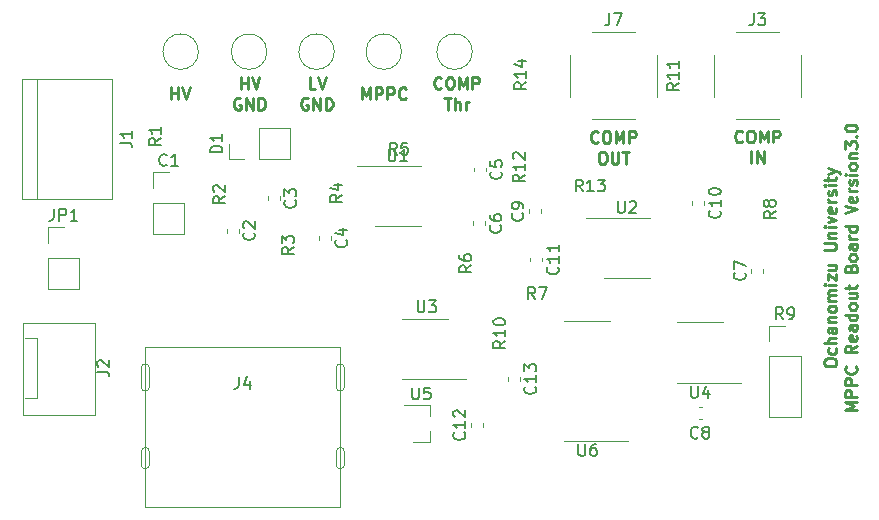
<source format=gto>
G04 #@! TF.GenerationSoftware,KiCad,Pcbnew,(5.1.4-0-10_14)*
G04 #@! TF.CreationDate,2020-03-05T15:50:17+09:00*
G04 #@! TF.ProjectId,ReadoutBoard_v3_2,52656164-6f75-4744-926f-6172645f7633,rev?*
G04 #@! TF.SameCoordinates,Original*
G04 #@! TF.FileFunction,Legend,Top*
G04 #@! TF.FilePolarity,Positive*
%FSLAX46Y46*%
G04 Gerber Fmt 4.6, Leading zero omitted, Abs format (unit mm)*
G04 Created by KiCad (PCBNEW (5.1.4-0-10_14)) date 2020-03-05 15:50:17*
%MOMM*%
%LPD*%
G04 APERTURE LIST*
%ADD10C,0.250000*%
%ADD11C,0.120000*%
%ADD12C,0.150000*%
G04 APERTURE END LIST*
D10*
X167919180Y-112386047D02*
X167919180Y-112195571D01*
X167966800Y-112100333D01*
X168062038Y-112005095D01*
X168252514Y-111957476D01*
X168585847Y-111957476D01*
X168776323Y-112005095D01*
X168871561Y-112100333D01*
X168919180Y-112195571D01*
X168919180Y-112386047D01*
X168871561Y-112481285D01*
X168776323Y-112576523D01*
X168585847Y-112624142D01*
X168252514Y-112624142D01*
X168062038Y-112576523D01*
X167966800Y-112481285D01*
X167919180Y-112386047D01*
X168871561Y-111100333D02*
X168919180Y-111195571D01*
X168919180Y-111386047D01*
X168871561Y-111481285D01*
X168823942Y-111528904D01*
X168728704Y-111576523D01*
X168442990Y-111576523D01*
X168347752Y-111528904D01*
X168300133Y-111481285D01*
X168252514Y-111386047D01*
X168252514Y-111195571D01*
X168300133Y-111100333D01*
X168919180Y-110671761D02*
X167919180Y-110671761D01*
X168919180Y-110243190D02*
X168395371Y-110243190D01*
X168300133Y-110290809D01*
X168252514Y-110386047D01*
X168252514Y-110528904D01*
X168300133Y-110624142D01*
X168347752Y-110671761D01*
X168919180Y-109338428D02*
X168395371Y-109338428D01*
X168300133Y-109386047D01*
X168252514Y-109481285D01*
X168252514Y-109671761D01*
X168300133Y-109767000D01*
X168871561Y-109338428D02*
X168919180Y-109433666D01*
X168919180Y-109671761D01*
X168871561Y-109767000D01*
X168776323Y-109814619D01*
X168681085Y-109814619D01*
X168585847Y-109767000D01*
X168538228Y-109671761D01*
X168538228Y-109433666D01*
X168490609Y-109338428D01*
X168252514Y-108862238D02*
X168919180Y-108862238D01*
X168347752Y-108862238D02*
X168300133Y-108814619D01*
X168252514Y-108719380D01*
X168252514Y-108576523D01*
X168300133Y-108481285D01*
X168395371Y-108433666D01*
X168919180Y-108433666D01*
X168919180Y-107814619D02*
X168871561Y-107909857D01*
X168823942Y-107957476D01*
X168728704Y-108005095D01*
X168442990Y-108005095D01*
X168347752Y-107957476D01*
X168300133Y-107909857D01*
X168252514Y-107814619D01*
X168252514Y-107671761D01*
X168300133Y-107576523D01*
X168347752Y-107528904D01*
X168442990Y-107481285D01*
X168728704Y-107481285D01*
X168823942Y-107528904D01*
X168871561Y-107576523D01*
X168919180Y-107671761D01*
X168919180Y-107814619D01*
X168919180Y-107052714D02*
X168252514Y-107052714D01*
X168347752Y-107052714D02*
X168300133Y-107005095D01*
X168252514Y-106909857D01*
X168252514Y-106767000D01*
X168300133Y-106671761D01*
X168395371Y-106624142D01*
X168919180Y-106624142D01*
X168395371Y-106624142D02*
X168300133Y-106576523D01*
X168252514Y-106481285D01*
X168252514Y-106338428D01*
X168300133Y-106243190D01*
X168395371Y-106195571D01*
X168919180Y-106195571D01*
X168919180Y-105719380D02*
X168252514Y-105719380D01*
X167919180Y-105719380D02*
X167966800Y-105767000D01*
X168014419Y-105719380D01*
X167966800Y-105671761D01*
X167919180Y-105719380D01*
X168014419Y-105719380D01*
X168252514Y-105338428D02*
X168252514Y-104814619D01*
X168919180Y-105338428D01*
X168919180Y-104814619D01*
X168252514Y-104005095D02*
X168919180Y-104005095D01*
X168252514Y-104433666D02*
X168776323Y-104433666D01*
X168871561Y-104386047D01*
X168919180Y-104290809D01*
X168919180Y-104147952D01*
X168871561Y-104052714D01*
X168823942Y-104005095D01*
X167919180Y-102767000D02*
X168728704Y-102767000D01*
X168823942Y-102719380D01*
X168871561Y-102671761D01*
X168919180Y-102576523D01*
X168919180Y-102386047D01*
X168871561Y-102290809D01*
X168823942Y-102243190D01*
X168728704Y-102195571D01*
X167919180Y-102195571D01*
X168252514Y-101719380D02*
X168919180Y-101719380D01*
X168347752Y-101719380D02*
X168300133Y-101671761D01*
X168252514Y-101576523D01*
X168252514Y-101433666D01*
X168300133Y-101338428D01*
X168395371Y-101290809D01*
X168919180Y-101290809D01*
X168919180Y-100814619D02*
X168252514Y-100814619D01*
X167919180Y-100814619D02*
X167966800Y-100862238D01*
X168014419Y-100814619D01*
X167966800Y-100767000D01*
X167919180Y-100814619D01*
X168014419Y-100814619D01*
X168252514Y-100433666D02*
X168919180Y-100195571D01*
X168252514Y-99957476D01*
X168871561Y-99195571D02*
X168919180Y-99290809D01*
X168919180Y-99481285D01*
X168871561Y-99576523D01*
X168776323Y-99624142D01*
X168395371Y-99624142D01*
X168300133Y-99576523D01*
X168252514Y-99481285D01*
X168252514Y-99290809D01*
X168300133Y-99195571D01*
X168395371Y-99147952D01*
X168490609Y-99147952D01*
X168585847Y-99624142D01*
X168919180Y-98719380D02*
X168252514Y-98719380D01*
X168442990Y-98719380D02*
X168347752Y-98671761D01*
X168300133Y-98624142D01*
X168252514Y-98528904D01*
X168252514Y-98433666D01*
X168871561Y-98147952D02*
X168919180Y-98052714D01*
X168919180Y-97862238D01*
X168871561Y-97767000D01*
X168776323Y-97719380D01*
X168728704Y-97719380D01*
X168633466Y-97767000D01*
X168585847Y-97862238D01*
X168585847Y-98005095D01*
X168538228Y-98100333D01*
X168442990Y-98147952D01*
X168395371Y-98147952D01*
X168300133Y-98100333D01*
X168252514Y-98005095D01*
X168252514Y-97862238D01*
X168300133Y-97767000D01*
X168919180Y-97290809D02*
X168252514Y-97290809D01*
X167919180Y-97290809D02*
X167966800Y-97338428D01*
X168014419Y-97290809D01*
X167966800Y-97243190D01*
X167919180Y-97290809D01*
X168014419Y-97290809D01*
X168252514Y-96957476D02*
X168252514Y-96576523D01*
X167919180Y-96814619D02*
X168776323Y-96814619D01*
X168871561Y-96767000D01*
X168919180Y-96671761D01*
X168919180Y-96576523D01*
X168252514Y-96338428D02*
X168919180Y-96100333D01*
X168252514Y-95862238D02*
X168919180Y-96100333D01*
X169157276Y-96195571D01*
X169204895Y-96243190D01*
X169252514Y-96338428D01*
X170669180Y-116338428D02*
X169669180Y-116338428D01*
X170383466Y-116005095D01*
X169669180Y-115671761D01*
X170669180Y-115671761D01*
X170669180Y-115195571D02*
X169669180Y-115195571D01*
X169669180Y-114814619D01*
X169716800Y-114719380D01*
X169764419Y-114671761D01*
X169859657Y-114624142D01*
X170002514Y-114624142D01*
X170097752Y-114671761D01*
X170145371Y-114719380D01*
X170192990Y-114814619D01*
X170192990Y-115195571D01*
X170669180Y-114195571D02*
X169669180Y-114195571D01*
X169669180Y-113814619D01*
X169716800Y-113719380D01*
X169764419Y-113671761D01*
X169859657Y-113624142D01*
X170002514Y-113624142D01*
X170097752Y-113671761D01*
X170145371Y-113719380D01*
X170192990Y-113814619D01*
X170192990Y-114195571D01*
X170573942Y-112624142D02*
X170621561Y-112671761D01*
X170669180Y-112814619D01*
X170669180Y-112909857D01*
X170621561Y-113052714D01*
X170526323Y-113147952D01*
X170431085Y-113195571D01*
X170240609Y-113243190D01*
X170097752Y-113243190D01*
X169907276Y-113195571D01*
X169812038Y-113147952D01*
X169716800Y-113052714D01*
X169669180Y-112909857D01*
X169669180Y-112814619D01*
X169716800Y-112671761D01*
X169764419Y-112624142D01*
X170669180Y-110862238D02*
X170192990Y-111195571D01*
X170669180Y-111433666D02*
X169669180Y-111433666D01*
X169669180Y-111052714D01*
X169716800Y-110957476D01*
X169764419Y-110909857D01*
X169859657Y-110862238D01*
X170002514Y-110862238D01*
X170097752Y-110909857D01*
X170145371Y-110957476D01*
X170192990Y-111052714D01*
X170192990Y-111433666D01*
X170621561Y-110052714D02*
X170669180Y-110147952D01*
X170669180Y-110338428D01*
X170621561Y-110433666D01*
X170526323Y-110481285D01*
X170145371Y-110481285D01*
X170050133Y-110433666D01*
X170002514Y-110338428D01*
X170002514Y-110147952D01*
X170050133Y-110052714D01*
X170145371Y-110005095D01*
X170240609Y-110005095D01*
X170335847Y-110481285D01*
X170669180Y-109147952D02*
X170145371Y-109147952D01*
X170050133Y-109195571D01*
X170002514Y-109290809D01*
X170002514Y-109481285D01*
X170050133Y-109576523D01*
X170621561Y-109147952D02*
X170669180Y-109243190D01*
X170669180Y-109481285D01*
X170621561Y-109576523D01*
X170526323Y-109624142D01*
X170431085Y-109624142D01*
X170335847Y-109576523D01*
X170288228Y-109481285D01*
X170288228Y-109243190D01*
X170240609Y-109147952D01*
X170669180Y-108243190D02*
X169669180Y-108243190D01*
X170621561Y-108243190D02*
X170669180Y-108338428D01*
X170669180Y-108528904D01*
X170621561Y-108624142D01*
X170573942Y-108671761D01*
X170478704Y-108719380D01*
X170192990Y-108719380D01*
X170097752Y-108671761D01*
X170050133Y-108624142D01*
X170002514Y-108528904D01*
X170002514Y-108338428D01*
X170050133Y-108243190D01*
X170669180Y-107624142D02*
X170621561Y-107719380D01*
X170573942Y-107767000D01*
X170478704Y-107814619D01*
X170192990Y-107814619D01*
X170097752Y-107767000D01*
X170050133Y-107719380D01*
X170002514Y-107624142D01*
X170002514Y-107481285D01*
X170050133Y-107386047D01*
X170097752Y-107338428D01*
X170192990Y-107290809D01*
X170478704Y-107290809D01*
X170573942Y-107338428D01*
X170621561Y-107386047D01*
X170669180Y-107481285D01*
X170669180Y-107624142D01*
X170002514Y-106433666D02*
X170669180Y-106433666D01*
X170002514Y-106862238D02*
X170526323Y-106862238D01*
X170621561Y-106814619D01*
X170669180Y-106719380D01*
X170669180Y-106576523D01*
X170621561Y-106481285D01*
X170573942Y-106433666D01*
X170002514Y-106100333D02*
X170002514Y-105719380D01*
X169669180Y-105957476D02*
X170526323Y-105957476D01*
X170621561Y-105909857D01*
X170669180Y-105814619D01*
X170669180Y-105719380D01*
X170145371Y-104290809D02*
X170192990Y-104147952D01*
X170240609Y-104100333D01*
X170335847Y-104052714D01*
X170478704Y-104052714D01*
X170573942Y-104100333D01*
X170621561Y-104147952D01*
X170669180Y-104243190D01*
X170669180Y-104624142D01*
X169669180Y-104624142D01*
X169669180Y-104290809D01*
X169716800Y-104195571D01*
X169764419Y-104147952D01*
X169859657Y-104100333D01*
X169954895Y-104100333D01*
X170050133Y-104147952D01*
X170097752Y-104195571D01*
X170145371Y-104290809D01*
X170145371Y-104624142D01*
X170669180Y-103481285D02*
X170621561Y-103576523D01*
X170573942Y-103624142D01*
X170478704Y-103671761D01*
X170192990Y-103671761D01*
X170097752Y-103624142D01*
X170050133Y-103576523D01*
X170002514Y-103481285D01*
X170002514Y-103338428D01*
X170050133Y-103243190D01*
X170097752Y-103195571D01*
X170192990Y-103147952D01*
X170478704Y-103147952D01*
X170573942Y-103195571D01*
X170621561Y-103243190D01*
X170669180Y-103338428D01*
X170669180Y-103481285D01*
X170669180Y-102290809D02*
X170145371Y-102290809D01*
X170050133Y-102338428D01*
X170002514Y-102433666D01*
X170002514Y-102624142D01*
X170050133Y-102719380D01*
X170621561Y-102290809D02*
X170669180Y-102386047D01*
X170669180Y-102624142D01*
X170621561Y-102719380D01*
X170526323Y-102767000D01*
X170431085Y-102767000D01*
X170335847Y-102719380D01*
X170288228Y-102624142D01*
X170288228Y-102386047D01*
X170240609Y-102290809D01*
X170669180Y-101814619D02*
X170002514Y-101814619D01*
X170192990Y-101814619D02*
X170097752Y-101767000D01*
X170050133Y-101719380D01*
X170002514Y-101624142D01*
X170002514Y-101528904D01*
X170669180Y-100767000D02*
X169669180Y-100767000D01*
X170621561Y-100767000D02*
X170669180Y-100862238D01*
X170669180Y-101052714D01*
X170621561Y-101147952D01*
X170573942Y-101195571D01*
X170478704Y-101243190D01*
X170192990Y-101243190D01*
X170097752Y-101195571D01*
X170050133Y-101147952D01*
X170002514Y-101052714D01*
X170002514Y-100862238D01*
X170050133Y-100767000D01*
X169669180Y-99671761D02*
X170669180Y-99338428D01*
X169669180Y-99005095D01*
X170621561Y-98290809D02*
X170669180Y-98386047D01*
X170669180Y-98576523D01*
X170621561Y-98671761D01*
X170526323Y-98719380D01*
X170145371Y-98719380D01*
X170050133Y-98671761D01*
X170002514Y-98576523D01*
X170002514Y-98386047D01*
X170050133Y-98290809D01*
X170145371Y-98243190D01*
X170240609Y-98243190D01*
X170335847Y-98719380D01*
X170669180Y-97814619D02*
X170002514Y-97814619D01*
X170192990Y-97814619D02*
X170097752Y-97767000D01*
X170050133Y-97719380D01*
X170002514Y-97624142D01*
X170002514Y-97528904D01*
X170621561Y-97243190D02*
X170669180Y-97147952D01*
X170669180Y-96957476D01*
X170621561Y-96862238D01*
X170526323Y-96814619D01*
X170478704Y-96814619D01*
X170383466Y-96862238D01*
X170335847Y-96957476D01*
X170335847Y-97100333D01*
X170288228Y-97195571D01*
X170192990Y-97243190D01*
X170145371Y-97243190D01*
X170050133Y-97195571D01*
X170002514Y-97100333D01*
X170002514Y-96957476D01*
X170050133Y-96862238D01*
X170669180Y-96386047D02*
X170002514Y-96386047D01*
X169669180Y-96386047D02*
X169716800Y-96433666D01*
X169764419Y-96386047D01*
X169716800Y-96338428D01*
X169669180Y-96386047D01*
X169764419Y-96386047D01*
X170669180Y-95767000D02*
X170621561Y-95862238D01*
X170573942Y-95909857D01*
X170478704Y-95957476D01*
X170192990Y-95957476D01*
X170097752Y-95909857D01*
X170050133Y-95862238D01*
X170002514Y-95767000D01*
X170002514Y-95624142D01*
X170050133Y-95528904D01*
X170097752Y-95481285D01*
X170192990Y-95433666D01*
X170478704Y-95433666D01*
X170573942Y-95481285D01*
X170621561Y-95528904D01*
X170669180Y-95624142D01*
X170669180Y-95767000D01*
X170002514Y-95005095D02*
X170669180Y-95005095D01*
X170097752Y-95005095D02*
X170050133Y-94957476D01*
X170002514Y-94862238D01*
X170002514Y-94719380D01*
X170050133Y-94624142D01*
X170145371Y-94576523D01*
X170669180Y-94576523D01*
X169669180Y-94195571D02*
X169669180Y-93576523D01*
X170050133Y-93909857D01*
X170050133Y-93767000D01*
X170097752Y-93671761D01*
X170145371Y-93624142D01*
X170240609Y-93576523D01*
X170478704Y-93576523D01*
X170573942Y-93624142D01*
X170621561Y-93671761D01*
X170669180Y-93767000D01*
X170669180Y-94052714D01*
X170621561Y-94147952D01*
X170573942Y-94195571D01*
X170573942Y-93147952D02*
X170621561Y-93100333D01*
X170669180Y-93147952D01*
X170621561Y-93195571D01*
X170573942Y-93147952D01*
X170669180Y-93147952D01*
X169669180Y-92481285D02*
X169669180Y-92386047D01*
X169716800Y-92290809D01*
X169764419Y-92243190D01*
X169859657Y-92195571D01*
X170050133Y-92147952D01*
X170288228Y-92147952D01*
X170478704Y-92195571D01*
X170573942Y-92243190D01*
X170621561Y-92290809D01*
X170669180Y-92386047D01*
X170669180Y-92481285D01*
X170621561Y-92576523D01*
X170573942Y-92624142D01*
X170478704Y-92671761D01*
X170288228Y-92719380D01*
X170050133Y-92719380D01*
X169859657Y-92671761D01*
X169764419Y-92624142D01*
X169716800Y-92576523D01*
X169669180Y-92481285D01*
X160969485Y-93563742D02*
X160921866Y-93611361D01*
X160779009Y-93658980D01*
X160683771Y-93658980D01*
X160540914Y-93611361D01*
X160445676Y-93516123D01*
X160398057Y-93420885D01*
X160350438Y-93230409D01*
X160350438Y-93087552D01*
X160398057Y-92897076D01*
X160445676Y-92801838D01*
X160540914Y-92706600D01*
X160683771Y-92658980D01*
X160779009Y-92658980D01*
X160921866Y-92706600D01*
X160969485Y-92754219D01*
X161588533Y-92658980D02*
X161779009Y-92658980D01*
X161874247Y-92706600D01*
X161969485Y-92801838D01*
X162017104Y-92992314D01*
X162017104Y-93325647D01*
X161969485Y-93516123D01*
X161874247Y-93611361D01*
X161779009Y-93658980D01*
X161588533Y-93658980D01*
X161493295Y-93611361D01*
X161398057Y-93516123D01*
X161350438Y-93325647D01*
X161350438Y-92992314D01*
X161398057Y-92801838D01*
X161493295Y-92706600D01*
X161588533Y-92658980D01*
X162445676Y-93658980D02*
X162445676Y-92658980D01*
X162779009Y-93373266D01*
X163112342Y-92658980D01*
X163112342Y-93658980D01*
X163588533Y-93658980D02*
X163588533Y-92658980D01*
X163969485Y-92658980D01*
X164064723Y-92706600D01*
X164112342Y-92754219D01*
X164159961Y-92849457D01*
X164159961Y-92992314D01*
X164112342Y-93087552D01*
X164064723Y-93135171D01*
X163969485Y-93182790D01*
X163588533Y-93182790D01*
X161731390Y-95408980D02*
X161731390Y-94408980D01*
X162207580Y-95408980D02*
X162207580Y-94408980D01*
X162779009Y-95408980D01*
X162779009Y-94408980D01*
X148752085Y-93614542D02*
X148704466Y-93662161D01*
X148561609Y-93709780D01*
X148466371Y-93709780D01*
X148323514Y-93662161D01*
X148228276Y-93566923D01*
X148180657Y-93471685D01*
X148133038Y-93281209D01*
X148133038Y-93138352D01*
X148180657Y-92947876D01*
X148228276Y-92852638D01*
X148323514Y-92757400D01*
X148466371Y-92709780D01*
X148561609Y-92709780D01*
X148704466Y-92757400D01*
X148752085Y-92805019D01*
X149371133Y-92709780D02*
X149561609Y-92709780D01*
X149656847Y-92757400D01*
X149752085Y-92852638D01*
X149799704Y-93043114D01*
X149799704Y-93376447D01*
X149752085Y-93566923D01*
X149656847Y-93662161D01*
X149561609Y-93709780D01*
X149371133Y-93709780D01*
X149275895Y-93662161D01*
X149180657Y-93566923D01*
X149133038Y-93376447D01*
X149133038Y-93043114D01*
X149180657Y-92852638D01*
X149275895Y-92757400D01*
X149371133Y-92709780D01*
X150228276Y-93709780D02*
X150228276Y-92709780D01*
X150561609Y-93424066D01*
X150894942Y-92709780D01*
X150894942Y-93709780D01*
X151371133Y-93709780D02*
X151371133Y-92709780D01*
X151752085Y-92709780D01*
X151847323Y-92757400D01*
X151894942Y-92805019D01*
X151942561Y-92900257D01*
X151942561Y-93043114D01*
X151894942Y-93138352D01*
X151847323Y-93185971D01*
X151752085Y-93233590D01*
X151371133Y-93233590D01*
X149037800Y-94459780D02*
X149228276Y-94459780D01*
X149323514Y-94507400D01*
X149418752Y-94602638D01*
X149466371Y-94793114D01*
X149466371Y-95126447D01*
X149418752Y-95316923D01*
X149323514Y-95412161D01*
X149228276Y-95459780D01*
X149037800Y-95459780D01*
X148942561Y-95412161D01*
X148847323Y-95316923D01*
X148799704Y-95126447D01*
X148799704Y-94793114D01*
X148847323Y-94602638D01*
X148942561Y-94507400D01*
X149037800Y-94459780D01*
X149894942Y-94459780D02*
X149894942Y-95269304D01*
X149942561Y-95364542D01*
X149990180Y-95412161D01*
X150085419Y-95459780D01*
X150275895Y-95459780D01*
X150371133Y-95412161D01*
X150418752Y-95364542D01*
X150466371Y-95269304D01*
X150466371Y-94459780D01*
X150799704Y-94459780D02*
X151371133Y-94459780D01*
X151085419Y-95459780D02*
X151085419Y-94459780D01*
X135493285Y-89042542D02*
X135445666Y-89090161D01*
X135302809Y-89137780D01*
X135207571Y-89137780D01*
X135064714Y-89090161D01*
X134969476Y-88994923D01*
X134921857Y-88899685D01*
X134874238Y-88709209D01*
X134874238Y-88566352D01*
X134921857Y-88375876D01*
X134969476Y-88280638D01*
X135064714Y-88185400D01*
X135207571Y-88137780D01*
X135302809Y-88137780D01*
X135445666Y-88185400D01*
X135493285Y-88233019D01*
X136112333Y-88137780D02*
X136302809Y-88137780D01*
X136398047Y-88185400D01*
X136493285Y-88280638D01*
X136540904Y-88471114D01*
X136540904Y-88804447D01*
X136493285Y-88994923D01*
X136398047Y-89090161D01*
X136302809Y-89137780D01*
X136112333Y-89137780D01*
X136017095Y-89090161D01*
X135921857Y-88994923D01*
X135874238Y-88804447D01*
X135874238Y-88471114D01*
X135921857Y-88280638D01*
X136017095Y-88185400D01*
X136112333Y-88137780D01*
X136969476Y-89137780D02*
X136969476Y-88137780D01*
X137302809Y-88852066D01*
X137636142Y-88137780D01*
X137636142Y-89137780D01*
X138112333Y-89137780D02*
X138112333Y-88137780D01*
X138493285Y-88137780D01*
X138588523Y-88185400D01*
X138636142Y-88233019D01*
X138683761Y-88328257D01*
X138683761Y-88471114D01*
X138636142Y-88566352D01*
X138588523Y-88613971D01*
X138493285Y-88661590D01*
X138112333Y-88661590D01*
X135731380Y-89887780D02*
X136302809Y-89887780D01*
X136017095Y-90887780D02*
X136017095Y-89887780D01*
X136636142Y-90887780D02*
X136636142Y-89887780D01*
X137064714Y-90887780D02*
X137064714Y-90363971D01*
X137017095Y-90268733D01*
X136921857Y-90221114D01*
X136779000Y-90221114D01*
X136683761Y-90268733D01*
X136636142Y-90316352D01*
X137540904Y-90887780D02*
X137540904Y-90221114D01*
X137540904Y-90411590D02*
X137588523Y-90316352D01*
X137636142Y-90268733D01*
X137731380Y-90221114D01*
X137826619Y-90221114D01*
X128773466Y-90012780D02*
X128773466Y-89012780D01*
X129106800Y-89727066D01*
X129440133Y-89012780D01*
X129440133Y-90012780D01*
X129916323Y-90012780D02*
X129916323Y-89012780D01*
X130297276Y-89012780D01*
X130392514Y-89060400D01*
X130440133Y-89108019D01*
X130487752Y-89203257D01*
X130487752Y-89346114D01*
X130440133Y-89441352D01*
X130392514Y-89488971D01*
X130297276Y-89536590D01*
X129916323Y-89536590D01*
X130916323Y-90012780D02*
X130916323Y-89012780D01*
X131297276Y-89012780D01*
X131392514Y-89060400D01*
X131440133Y-89108019D01*
X131487752Y-89203257D01*
X131487752Y-89346114D01*
X131440133Y-89441352D01*
X131392514Y-89488971D01*
X131297276Y-89536590D01*
X130916323Y-89536590D01*
X132487752Y-89917542D02*
X132440133Y-89965161D01*
X132297276Y-90012780D01*
X132202038Y-90012780D01*
X132059180Y-89965161D01*
X131963942Y-89869923D01*
X131916323Y-89774685D01*
X131868704Y-89584209D01*
X131868704Y-89441352D01*
X131916323Y-89250876D01*
X131963942Y-89155638D01*
X132059180Y-89060400D01*
X132202038Y-89012780D01*
X132297276Y-89012780D01*
X132440133Y-89060400D01*
X132487752Y-89108019D01*
X124823552Y-89137780D02*
X124347361Y-89137780D01*
X124347361Y-88137780D01*
X125014028Y-88137780D02*
X125347361Y-89137780D01*
X125680695Y-88137780D01*
X124180695Y-89935400D02*
X124085457Y-89887780D01*
X123942600Y-89887780D01*
X123799742Y-89935400D01*
X123704504Y-90030638D01*
X123656885Y-90125876D01*
X123609266Y-90316352D01*
X123609266Y-90459209D01*
X123656885Y-90649685D01*
X123704504Y-90744923D01*
X123799742Y-90840161D01*
X123942600Y-90887780D01*
X124037838Y-90887780D01*
X124180695Y-90840161D01*
X124228314Y-90792542D01*
X124228314Y-90459209D01*
X124037838Y-90459209D01*
X124656885Y-90887780D02*
X124656885Y-89887780D01*
X125228314Y-90887780D01*
X125228314Y-89887780D01*
X125704504Y-90887780D02*
X125704504Y-89887780D01*
X125942600Y-89887780D01*
X126085457Y-89935400D01*
X126180695Y-90030638D01*
X126228314Y-90125876D01*
X126275933Y-90316352D01*
X126275933Y-90459209D01*
X126228314Y-90649685D01*
X126180695Y-90744923D01*
X126085457Y-90840161D01*
X125942600Y-90887780D01*
X125704504Y-90887780D01*
X112620514Y-89987380D02*
X112620514Y-88987380D01*
X112620514Y-89463571D02*
X113191942Y-89463571D01*
X113191942Y-89987380D02*
X113191942Y-88987380D01*
X113525276Y-88987380D02*
X113858609Y-89987380D01*
X114191942Y-88987380D01*
X118513314Y-89137780D02*
X118513314Y-88137780D01*
X118513314Y-88613971D02*
X119084742Y-88613971D01*
X119084742Y-89137780D02*
X119084742Y-88137780D01*
X119418076Y-88137780D02*
X119751409Y-89137780D01*
X120084742Y-88137780D01*
X118465695Y-89935400D02*
X118370457Y-89887780D01*
X118227600Y-89887780D01*
X118084742Y-89935400D01*
X117989504Y-90030638D01*
X117941885Y-90125876D01*
X117894266Y-90316352D01*
X117894266Y-90459209D01*
X117941885Y-90649685D01*
X117989504Y-90744923D01*
X118084742Y-90840161D01*
X118227600Y-90887780D01*
X118322838Y-90887780D01*
X118465695Y-90840161D01*
X118513314Y-90792542D01*
X118513314Y-90459209D01*
X118322838Y-90459209D01*
X118941885Y-90887780D02*
X118941885Y-89887780D01*
X119513314Y-90887780D01*
X119513314Y-89887780D01*
X119989504Y-90887780D02*
X119989504Y-89887780D01*
X120227600Y-89887780D01*
X120370457Y-89935400D01*
X120465695Y-90030638D01*
X120513314Y-90125876D01*
X120560933Y-90316352D01*
X120560933Y-90459209D01*
X120513314Y-90649685D01*
X120465695Y-90744923D01*
X120370457Y-90840161D01*
X120227600Y-90887780D01*
X119989504Y-90887780D01*
D11*
X111065000Y-101393300D02*
X113725000Y-101393300D01*
X111065000Y-98793300D02*
X111065000Y-101393300D01*
X113725000Y-98793300D02*
X113725000Y-101393300D01*
X111065000Y-98793300D02*
X113725000Y-98793300D01*
X111065000Y-97523300D02*
X111065000Y-96193300D01*
X111065000Y-96193300D02*
X112395000Y-96193300D01*
X118315200Y-100980021D02*
X118315200Y-101305579D01*
X117295200Y-100980021D02*
X117295200Y-101305579D01*
X121820400Y-98236821D02*
X121820400Y-98562379D01*
X120800400Y-98236821D02*
X120800400Y-98562379D01*
X126138400Y-101589621D02*
X126138400Y-101915179D01*
X125118400Y-101589621D02*
X125118400Y-101915179D01*
X138224800Y-95798421D02*
X138224800Y-96123979D01*
X139244800Y-95798421D02*
X139244800Y-96123979D01*
X139194000Y-100345021D02*
X139194000Y-100670579D01*
X138174000Y-100345021D02*
X138174000Y-100670579D01*
X162739800Y-104683779D02*
X162739800Y-104358221D01*
X161719800Y-104683779D02*
X161719800Y-104358221D01*
X157266421Y-116050600D02*
X157591979Y-116050600D01*
X157266421Y-117070600D02*
X157591979Y-117070600D01*
X143918400Y-99654579D02*
X143918400Y-99329021D01*
X142898400Y-99654579D02*
X142898400Y-99329021D01*
X157761400Y-98643221D02*
X157761400Y-98968779D01*
X156741400Y-98643221D02*
X156741400Y-98968779D01*
X143025400Y-103418421D02*
X143025400Y-103743979D01*
X144045400Y-103418421D02*
X144045400Y-103743979D01*
X138990800Y-117739379D02*
X138990800Y-117413821D01*
X137970800Y-117739379D02*
X137970800Y-117413821D01*
X122678500Y-95106800D02*
X122678500Y-92446800D01*
X120078500Y-95106800D02*
X122678500Y-95106800D01*
X120078500Y-92446800D02*
X122678500Y-92446800D01*
X120078500Y-95106800D02*
X120078500Y-92446800D01*
X118808500Y-95106800D02*
X117478500Y-95106800D01*
X117478500Y-95106800D02*
X117478500Y-93776800D01*
X101219000Y-98425000D02*
X101219000Y-88265000D01*
X99949000Y-98425000D02*
X107569000Y-98425000D01*
X107569000Y-98425000D02*
X107569000Y-88265000D01*
X107569000Y-88265000D02*
X99949000Y-88265000D01*
X99949000Y-88265000D02*
X99949000Y-98425000D01*
X100105000Y-108911400D02*
X106155000Y-108911400D01*
X106155000Y-108911400D02*
X106155000Y-116711400D01*
X106155000Y-116711400D02*
X100105000Y-116711400D01*
X100105000Y-116711400D02*
X100105000Y-108911400D01*
X100205000Y-110261400D02*
X101215000Y-110261400D01*
X101215000Y-110261400D02*
X101215000Y-115341400D01*
X101215000Y-115341400D02*
X100205000Y-115341400D01*
X160455200Y-84356400D02*
X164055200Y-84356400D01*
X160455200Y-91716400D02*
X164055200Y-91716400D01*
X165935200Y-86236400D02*
X165935200Y-89836400D01*
X158575200Y-86236400D02*
X158575200Y-89836400D01*
X110768800Y-119843400D02*
G75*
G03X110068800Y-119843400I-350000J0D01*
G01*
X110768800Y-120943400D02*
G75*
G02X110068800Y-120943400I-350000J0D01*
G01*
X110068800Y-119843400D02*
X110068800Y-120943400D01*
X110768800Y-119843400D02*
X110768800Y-120943400D01*
X127278800Y-112763400D02*
G75*
G03X126578800Y-112763400I-350000J0D01*
G01*
X127278800Y-114363400D02*
G75*
G02X126578800Y-114363400I-350000J0D01*
G01*
X127278800Y-114363400D02*
X127278800Y-112763400D01*
X126578800Y-114363400D02*
X126578800Y-112763400D01*
X110768800Y-112763400D02*
G75*
G03X110068800Y-112763400I-350000J0D01*
G01*
X110768800Y-114363400D02*
G75*
G02X110068800Y-114363400I-350000J0D01*
G01*
X110768800Y-114363400D02*
X110768800Y-112763400D01*
X110068800Y-114363400D02*
X110068800Y-112763400D01*
X110418800Y-124523400D02*
X110418800Y-110963400D01*
X126918800Y-124523400D02*
X110418800Y-124523400D01*
X126918800Y-110963400D02*
X126918800Y-124523400D01*
X110418800Y-110963400D02*
X126918800Y-110963400D01*
X127278800Y-120943400D02*
G75*
G02X126578800Y-120943400I-350000J0D01*
G01*
X126578800Y-119843400D02*
X126578800Y-120943400D01*
X127278800Y-119843400D02*
G75*
G03X126578800Y-119843400I-350000J0D01*
G01*
X127278800Y-119843400D02*
X127278800Y-120943400D01*
X146357800Y-86236400D02*
X146357800Y-89836400D01*
X153717800Y-86236400D02*
X153717800Y-89836400D01*
X148237800Y-91716400D02*
X151837800Y-91716400D01*
X148237800Y-84356400D02*
X151837800Y-84356400D01*
X102175000Y-100841500D02*
X103505000Y-100841500D01*
X102175000Y-102171500D02*
X102175000Y-100841500D01*
X102175000Y-103441500D02*
X104835000Y-103441500D01*
X104835000Y-103441500D02*
X104835000Y-106041500D01*
X102175000Y-103441500D02*
X102175000Y-106041500D01*
X102175000Y-106041500D02*
X104835000Y-106041500D01*
X163236600Y-116925400D02*
X165896600Y-116925400D01*
X163236600Y-111785400D02*
X163236600Y-116925400D01*
X165896600Y-111785400D02*
X165896600Y-116925400D01*
X163236600Y-111785400D02*
X165896600Y-111785400D01*
X163236600Y-110515400D02*
X163236600Y-109185400D01*
X163236600Y-109185400D02*
X164566600Y-109185400D01*
X114911000Y-85979000D02*
G75*
G03X114911000Y-85979000I-1500000J0D01*
G01*
X120702200Y-85979000D02*
G75*
G03X120702200Y-85979000I-1500000J0D01*
G01*
X126417200Y-85979000D02*
G75*
G03X126417200Y-85979000I-1500000J0D01*
G01*
X132106800Y-85979000D02*
G75*
G03X132106800Y-85979000I-1500000J0D01*
G01*
X138101200Y-85979000D02*
G75*
G03X138101200Y-85979000I-1500000J0D01*
G01*
X131775200Y-100756400D02*
X133725200Y-100756400D01*
X131775200Y-100756400D02*
X129825200Y-100756400D01*
X131775200Y-95636400D02*
X133725200Y-95636400D01*
X131775200Y-95636400D02*
X128325200Y-95636400D01*
X151180800Y-100030600D02*
X147730800Y-100030600D01*
X151180800Y-100030600D02*
X153130800Y-100030600D01*
X151180800Y-105150600D02*
X149230800Y-105150600D01*
X151180800Y-105150600D02*
X153130800Y-105150600D01*
X134112000Y-113710400D02*
X137562000Y-113710400D01*
X134112000Y-113710400D02*
X132162000Y-113710400D01*
X134112000Y-108590400D02*
X136062000Y-108590400D01*
X134112000Y-108590400D02*
X132162000Y-108590400D01*
X157378400Y-108895200D02*
X155428400Y-108895200D01*
X157378400Y-108895200D02*
X159328400Y-108895200D01*
X157378400Y-114015200D02*
X155428400Y-114015200D01*
X157378400Y-114015200D02*
X160828400Y-114015200D01*
X134516400Y-119055000D02*
X134516400Y-118125000D01*
X134516400Y-115895000D02*
X134516400Y-116825000D01*
X134516400Y-115895000D02*
X132356400Y-115895000D01*
X134516400Y-119055000D02*
X133056400Y-119055000D01*
X147853400Y-108782800D02*
X145903400Y-108782800D01*
X147853400Y-108782800D02*
X149803400Y-108782800D01*
X147853400Y-118902800D02*
X145903400Y-118902800D01*
X147853400Y-118902800D02*
X151303400Y-118902800D01*
X142140400Y-113527621D02*
X142140400Y-113853179D01*
X141120400Y-113527621D02*
X141120400Y-113853179D01*
D12*
X112228333Y-95550442D02*
X112180714Y-95598061D01*
X112037857Y-95645680D01*
X111942619Y-95645680D01*
X111799761Y-95598061D01*
X111704523Y-95502823D01*
X111656904Y-95407585D01*
X111609285Y-95217109D01*
X111609285Y-95074252D01*
X111656904Y-94883776D01*
X111704523Y-94788538D01*
X111799761Y-94693300D01*
X111942619Y-94645680D01*
X112037857Y-94645680D01*
X112180714Y-94693300D01*
X112228333Y-94740919D01*
X113180714Y-95645680D02*
X112609285Y-95645680D01*
X112895000Y-95645680D02*
X112895000Y-94645680D01*
X112799761Y-94788538D01*
X112704523Y-94883776D01*
X112609285Y-94931395D01*
X119592342Y-101309466D02*
X119639961Y-101357085D01*
X119687580Y-101499942D01*
X119687580Y-101595180D01*
X119639961Y-101738038D01*
X119544723Y-101833276D01*
X119449485Y-101880895D01*
X119259009Y-101928514D01*
X119116152Y-101928514D01*
X118925676Y-101880895D01*
X118830438Y-101833276D01*
X118735200Y-101738038D01*
X118687580Y-101595180D01*
X118687580Y-101499942D01*
X118735200Y-101357085D01*
X118782819Y-101309466D01*
X118782819Y-100928514D02*
X118735200Y-100880895D01*
X118687580Y-100785657D01*
X118687580Y-100547561D01*
X118735200Y-100452323D01*
X118782819Y-100404704D01*
X118878057Y-100357085D01*
X118973295Y-100357085D01*
X119116152Y-100404704D01*
X119687580Y-100976133D01*
X119687580Y-100357085D01*
X123097542Y-98566266D02*
X123145161Y-98613885D01*
X123192780Y-98756742D01*
X123192780Y-98851980D01*
X123145161Y-98994838D01*
X123049923Y-99090076D01*
X122954685Y-99137695D01*
X122764209Y-99185314D01*
X122621352Y-99185314D01*
X122430876Y-99137695D01*
X122335638Y-99090076D01*
X122240400Y-98994838D01*
X122192780Y-98851980D01*
X122192780Y-98756742D01*
X122240400Y-98613885D01*
X122288019Y-98566266D01*
X122192780Y-98232933D02*
X122192780Y-97613885D01*
X122573733Y-97947219D01*
X122573733Y-97804361D01*
X122621352Y-97709123D01*
X122668971Y-97661504D01*
X122764209Y-97613885D01*
X123002304Y-97613885D01*
X123097542Y-97661504D01*
X123145161Y-97709123D01*
X123192780Y-97804361D01*
X123192780Y-98090076D01*
X123145161Y-98185314D01*
X123097542Y-98232933D01*
X127415542Y-101919066D02*
X127463161Y-101966685D01*
X127510780Y-102109542D01*
X127510780Y-102204780D01*
X127463161Y-102347638D01*
X127367923Y-102442876D01*
X127272685Y-102490495D01*
X127082209Y-102538114D01*
X126939352Y-102538114D01*
X126748876Y-102490495D01*
X126653638Y-102442876D01*
X126558400Y-102347638D01*
X126510780Y-102204780D01*
X126510780Y-102109542D01*
X126558400Y-101966685D01*
X126606019Y-101919066D01*
X126844114Y-101061923D02*
X127510780Y-101061923D01*
X126463161Y-101300019D02*
X127177447Y-101538114D01*
X127177447Y-100919066D01*
X140521942Y-96127866D02*
X140569561Y-96175485D01*
X140617180Y-96318342D01*
X140617180Y-96413580D01*
X140569561Y-96556438D01*
X140474323Y-96651676D01*
X140379085Y-96699295D01*
X140188609Y-96746914D01*
X140045752Y-96746914D01*
X139855276Y-96699295D01*
X139760038Y-96651676D01*
X139664800Y-96556438D01*
X139617180Y-96413580D01*
X139617180Y-96318342D01*
X139664800Y-96175485D01*
X139712419Y-96127866D01*
X139617180Y-95223104D02*
X139617180Y-95699295D01*
X140093371Y-95746914D01*
X140045752Y-95699295D01*
X139998133Y-95604057D01*
X139998133Y-95365961D01*
X140045752Y-95270723D01*
X140093371Y-95223104D01*
X140188609Y-95175485D01*
X140426704Y-95175485D01*
X140521942Y-95223104D01*
X140569561Y-95270723D01*
X140617180Y-95365961D01*
X140617180Y-95604057D01*
X140569561Y-95699295D01*
X140521942Y-95746914D01*
X140471142Y-100674466D02*
X140518761Y-100722085D01*
X140566380Y-100864942D01*
X140566380Y-100960180D01*
X140518761Y-101103038D01*
X140423523Y-101198276D01*
X140328285Y-101245895D01*
X140137809Y-101293514D01*
X139994952Y-101293514D01*
X139804476Y-101245895D01*
X139709238Y-101198276D01*
X139614000Y-101103038D01*
X139566380Y-100960180D01*
X139566380Y-100864942D01*
X139614000Y-100722085D01*
X139661619Y-100674466D01*
X139566380Y-99817323D02*
X139566380Y-100007800D01*
X139614000Y-100103038D01*
X139661619Y-100150657D01*
X139804476Y-100245895D01*
X139994952Y-100293514D01*
X140375904Y-100293514D01*
X140471142Y-100245895D01*
X140518761Y-100198276D01*
X140566380Y-100103038D01*
X140566380Y-99912561D01*
X140518761Y-99817323D01*
X140471142Y-99769704D01*
X140375904Y-99722085D01*
X140137809Y-99722085D01*
X140042571Y-99769704D01*
X139994952Y-99817323D01*
X139947333Y-99912561D01*
X139947333Y-100103038D01*
X139994952Y-100198276D01*
X140042571Y-100245895D01*
X140137809Y-100293514D01*
X161156942Y-104687666D02*
X161204561Y-104735285D01*
X161252180Y-104878142D01*
X161252180Y-104973380D01*
X161204561Y-105116238D01*
X161109323Y-105211476D01*
X161014085Y-105259095D01*
X160823609Y-105306714D01*
X160680752Y-105306714D01*
X160490276Y-105259095D01*
X160395038Y-105211476D01*
X160299800Y-105116238D01*
X160252180Y-104973380D01*
X160252180Y-104878142D01*
X160299800Y-104735285D01*
X160347419Y-104687666D01*
X160252180Y-104354333D02*
X160252180Y-103687666D01*
X161252180Y-104116238D01*
X157211733Y-118644942D02*
X157164114Y-118692561D01*
X157021257Y-118740180D01*
X156926019Y-118740180D01*
X156783161Y-118692561D01*
X156687923Y-118597323D01*
X156640304Y-118502085D01*
X156592685Y-118311609D01*
X156592685Y-118168752D01*
X156640304Y-117978276D01*
X156687923Y-117883038D01*
X156783161Y-117787800D01*
X156926019Y-117740180D01*
X157021257Y-117740180D01*
X157164114Y-117787800D01*
X157211733Y-117835419D01*
X157783161Y-118168752D02*
X157687923Y-118121133D01*
X157640304Y-118073514D01*
X157592685Y-117978276D01*
X157592685Y-117930657D01*
X157640304Y-117835419D01*
X157687923Y-117787800D01*
X157783161Y-117740180D01*
X157973638Y-117740180D01*
X158068876Y-117787800D01*
X158116495Y-117835419D01*
X158164114Y-117930657D01*
X158164114Y-117978276D01*
X158116495Y-118073514D01*
X158068876Y-118121133D01*
X157973638Y-118168752D01*
X157783161Y-118168752D01*
X157687923Y-118216371D01*
X157640304Y-118263990D01*
X157592685Y-118359228D01*
X157592685Y-118549704D01*
X157640304Y-118644942D01*
X157687923Y-118692561D01*
X157783161Y-118740180D01*
X157973638Y-118740180D01*
X158068876Y-118692561D01*
X158116495Y-118644942D01*
X158164114Y-118549704D01*
X158164114Y-118359228D01*
X158116495Y-118263990D01*
X158068876Y-118216371D01*
X157973638Y-118168752D01*
X142335542Y-99658466D02*
X142383161Y-99706085D01*
X142430780Y-99848942D01*
X142430780Y-99944180D01*
X142383161Y-100087038D01*
X142287923Y-100182276D01*
X142192685Y-100229895D01*
X142002209Y-100277514D01*
X141859352Y-100277514D01*
X141668876Y-100229895D01*
X141573638Y-100182276D01*
X141478400Y-100087038D01*
X141430780Y-99944180D01*
X141430780Y-99848942D01*
X141478400Y-99706085D01*
X141526019Y-99658466D01*
X142430780Y-99182276D02*
X142430780Y-98991800D01*
X142383161Y-98896561D01*
X142335542Y-98848942D01*
X142192685Y-98753704D01*
X142002209Y-98706085D01*
X141621257Y-98706085D01*
X141526019Y-98753704D01*
X141478400Y-98801323D01*
X141430780Y-98896561D01*
X141430780Y-99087038D01*
X141478400Y-99182276D01*
X141526019Y-99229895D01*
X141621257Y-99277514D01*
X141859352Y-99277514D01*
X141954590Y-99229895D01*
X142002209Y-99182276D01*
X142049828Y-99087038D01*
X142049828Y-98896561D01*
X142002209Y-98801323D01*
X141954590Y-98753704D01*
X141859352Y-98706085D01*
X159038542Y-99448857D02*
X159086161Y-99496476D01*
X159133780Y-99639333D01*
X159133780Y-99734571D01*
X159086161Y-99877428D01*
X158990923Y-99972666D01*
X158895685Y-100020285D01*
X158705209Y-100067904D01*
X158562352Y-100067904D01*
X158371876Y-100020285D01*
X158276638Y-99972666D01*
X158181400Y-99877428D01*
X158133780Y-99734571D01*
X158133780Y-99639333D01*
X158181400Y-99496476D01*
X158229019Y-99448857D01*
X159133780Y-98496476D02*
X159133780Y-99067904D01*
X159133780Y-98782190D02*
X158133780Y-98782190D01*
X158276638Y-98877428D01*
X158371876Y-98972666D01*
X158419495Y-99067904D01*
X158133780Y-97877428D02*
X158133780Y-97782190D01*
X158181400Y-97686952D01*
X158229019Y-97639333D01*
X158324257Y-97591714D01*
X158514733Y-97544095D01*
X158752828Y-97544095D01*
X158943304Y-97591714D01*
X159038542Y-97639333D01*
X159086161Y-97686952D01*
X159133780Y-97782190D01*
X159133780Y-97877428D01*
X159086161Y-97972666D01*
X159038542Y-98020285D01*
X158943304Y-98067904D01*
X158752828Y-98115523D01*
X158514733Y-98115523D01*
X158324257Y-98067904D01*
X158229019Y-98020285D01*
X158181400Y-97972666D01*
X158133780Y-97877428D01*
X145322542Y-104224057D02*
X145370161Y-104271676D01*
X145417780Y-104414533D01*
X145417780Y-104509771D01*
X145370161Y-104652628D01*
X145274923Y-104747866D01*
X145179685Y-104795485D01*
X144989209Y-104843104D01*
X144846352Y-104843104D01*
X144655876Y-104795485D01*
X144560638Y-104747866D01*
X144465400Y-104652628D01*
X144417780Y-104509771D01*
X144417780Y-104414533D01*
X144465400Y-104271676D01*
X144513019Y-104224057D01*
X145417780Y-103271676D02*
X145417780Y-103843104D01*
X145417780Y-103557390D02*
X144417780Y-103557390D01*
X144560638Y-103652628D01*
X144655876Y-103747866D01*
X144703495Y-103843104D01*
X145417780Y-102319295D02*
X145417780Y-102890723D01*
X145417780Y-102605009D02*
X144417780Y-102605009D01*
X144560638Y-102700247D01*
X144655876Y-102795485D01*
X144703495Y-102890723D01*
X137407942Y-118219457D02*
X137455561Y-118267076D01*
X137503180Y-118409933D01*
X137503180Y-118505171D01*
X137455561Y-118648028D01*
X137360323Y-118743266D01*
X137265085Y-118790885D01*
X137074609Y-118838504D01*
X136931752Y-118838504D01*
X136741276Y-118790885D01*
X136646038Y-118743266D01*
X136550800Y-118648028D01*
X136503180Y-118505171D01*
X136503180Y-118409933D01*
X136550800Y-118267076D01*
X136598419Y-118219457D01*
X137503180Y-117267076D02*
X137503180Y-117838504D01*
X137503180Y-117552790D02*
X136503180Y-117552790D01*
X136646038Y-117648028D01*
X136741276Y-117743266D01*
X136788895Y-117838504D01*
X136598419Y-116886123D02*
X136550800Y-116838504D01*
X136503180Y-116743266D01*
X136503180Y-116505171D01*
X136550800Y-116409933D01*
X136598419Y-116362314D01*
X136693657Y-116314695D01*
X136788895Y-116314695D01*
X136931752Y-116362314D01*
X137503180Y-116933742D01*
X137503180Y-116314695D01*
X116930880Y-94514895D02*
X115930880Y-94514895D01*
X115930880Y-94276800D01*
X115978500Y-94133942D01*
X116073738Y-94038704D01*
X116168976Y-93991085D01*
X116359452Y-93943466D01*
X116502309Y-93943466D01*
X116692785Y-93991085D01*
X116788023Y-94038704D01*
X116883261Y-94133942D01*
X116930880Y-94276800D01*
X116930880Y-94514895D01*
X116930880Y-92991085D02*
X116930880Y-93562514D01*
X116930880Y-93276800D02*
X115930880Y-93276800D01*
X116073738Y-93372038D01*
X116168976Y-93467276D01*
X116216595Y-93562514D01*
X108291380Y-93678333D02*
X109005666Y-93678333D01*
X109148523Y-93725952D01*
X109243761Y-93821190D01*
X109291380Y-93964047D01*
X109291380Y-94059285D01*
X109291380Y-92678333D02*
X109291380Y-93249761D01*
X109291380Y-92964047D02*
X108291380Y-92964047D01*
X108434238Y-93059285D01*
X108529476Y-93154523D01*
X108577095Y-93249761D01*
X106357380Y-113094733D02*
X107071666Y-113094733D01*
X107214523Y-113142352D01*
X107309761Y-113237590D01*
X107357380Y-113380447D01*
X107357380Y-113475685D01*
X106452619Y-112666161D02*
X106405000Y-112618542D01*
X106357380Y-112523304D01*
X106357380Y-112285209D01*
X106405000Y-112189971D01*
X106452619Y-112142352D01*
X106547857Y-112094733D01*
X106643095Y-112094733D01*
X106785952Y-112142352D01*
X107357380Y-112713780D01*
X107357380Y-112094733D01*
X161921866Y-82738780D02*
X161921866Y-83453066D01*
X161874247Y-83595923D01*
X161779009Y-83691161D01*
X161636152Y-83738780D01*
X161540914Y-83738780D01*
X162302819Y-82738780D02*
X162921866Y-82738780D01*
X162588533Y-83119733D01*
X162731390Y-83119733D01*
X162826628Y-83167352D01*
X162874247Y-83214971D01*
X162921866Y-83310209D01*
X162921866Y-83548304D01*
X162874247Y-83643542D01*
X162826628Y-83691161D01*
X162731390Y-83738780D01*
X162445676Y-83738780D01*
X162350438Y-83691161D01*
X162302819Y-83643542D01*
X118335466Y-113515780D02*
X118335466Y-114230066D01*
X118287847Y-114372923D01*
X118192609Y-114468161D01*
X118049752Y-114515780D01*
X117954514Y-114515780D01*
X119240228Y-113849114D02*
X119240228Y-114515780D01*
X119002133Y-113468161D02*
X118764038Y-114182447D01*
X119383085Y-114182447D01*
X149704466Y-82738780D02*
X149704466Y-83453066D01*
X149656847Y-83595923D01*
X149561609Y-83691161D01*
X149418752Y-83738780D01*
X149323514Y-83738780D01*
X150085419Y-82738780D02*
X150752085Y-82738780D01*
X150323514Y-83738780D01*
X102671666Y-99293880D02*
X102671666Y-100008166D01*
X102624047Y-100151023D01*
X102528809Y-100246261D01*
X102385952Y-100293880D01*
X102290714Y-100293880D01*
X103147857Y-100293880D02*
X103147857Y-99293880D01*
X103528809Y-99293880D01*
X103624047Y-99341500D01*
X103671666Y-99389119D01*
X103719285Y-99484357D01*
X103719285Y-99627214D01*
X103671666Y-99722452D01*
X103624047Y-99770071D01*
X103528809Y-99817690D01*
X103147857Y-99817690D01*
X104671666Y-100293880D02*
X104100238Y-100293880D01*
X104385952Y-100293880D02*
X104385952Y-99293880D01*
X104290714Y-99436738D01*
X104195476Y-99531976D01*
X104100238Y-99579595D01*
X111740880Y-93308466D02*
X111264690Y-93641800D01*
X111740880Y-93879895D02*
X110740880Y-93879895D01*
X110740880Y-93498942D01*
X110788500Y-93403704D01*
X110836119Y-93356085D01*
X110931357Y-93308466D01*
X111074214Y-93308466D01*
X111169452Y-93356085D01*
X111217071Y-93403704D01*
X111264690Y-93498942D01*
X111264690Y-93879895D01*
X111740880Y-92356085D02*
X111740880Y-92927514D01*
X111740880Y-92641800D02*
X110740880Y-92641800D01*
X110883738Y-92737038D01*
X110978976Y-92832276D01*
X111026595Y-92927514D01*
X117163780Y-98236066D02*
X116687590Y-98569400D01*
X117163780Y-98807495D02*
X116163780Y-98807495D01*
X116163780Y-98426542D01*
X116211400Y-98331304D01*
X116259019Y-98283685D01*
X116354257Y-98236066D01*
X116497114Y-98236066D01*
X116592352Y-98283685D01*
X116639971Y-98331304D01*
X116687590Y-98426542D01*
X116687590Y-98807495D01*
X116259019Y-97855114D02*
X116211400Y-97807495D01*
X116163780Y-97712257D01*
X116163780Y-97474161D01*
X116211400Y-97378923D01*
X116259019Y-97331304D01*
X116354257Y-97283685D01*
X116449495Y-97283685D01*
X116592352Y-97331304D01*
X117163780Y-97902733D01*
X117163780Y-97283685D01*
X122983580Y-102528666D02*
X122507390Y-102862000D01*
X122983580Y-103100095D02*
X121983580Y-103100095D01*
X121983580Y-102719142D01*
X122031200Y-102623904D01*
X122078819Y-102576285D01*
X122174057Y-102528666D01*
X122316914Y-102528666D01*
X122412152Y-102576285D01*
X122459771Y-102623904D01*
X122507390Y-102719142D01*
X122507390Y-103100095D01*
X121983580Y-102195333D02*
X121983580Y-101576285D01*
X122364533Y-101909619D01*
X122364533Y-101766761D01*
X122412152Y-101671523D01*
X122459771Y-101623904D01*
X122555009Y-101576285D01*
X122793104Y-101576285D01*
X122888342Y-101623904D01*
X122935961Y-101671523D01*
X122983580Y-101766761D01*
X122983580Y-102052476D01*
X122935961Y-102147714D01*
X122888342Y-102195333D01*
X127072980Y-98109066D02*
X126596790Y-98442400D01*
X127072980Y-98680495D02*
X126072980Y-98680495D01*
X126072980Y-98299542D01*
X126120600Y-98204304D01*
X126168219Y-98156685D01*
X126263457Y-98109066D01*
X126406314Y-98109066D01*
X126501552Y-98156685D01*
X126549171Y-98204304D01*
X126596790Y-98299542D01*
X126596790Y-98680495D01*
X126406314Y-97251923D02*
X127072980Y-97251923D01*
X126025361Y-97490019D02*
X126739647Y-97728114D01*
X126739647Y-97109066D01*
X131710133Y-94687980D02*
X131376800Y-94211790D01*
X131138704Y-94687980D02*
X131138704Y-93687980D01*
X131519657Y-93687980D01*
X131614895Y-93735600D01*
X131662514Y-93783219D01*
X131710133Y-93878457D01*
X131710133Y-94021314D01*
X131662514Y-94116552D01*
X131614895Y-94164171D01*
X131519657Y-94211790D01*
X131138704Y-94211790D01*
X132614895Y-93687980D02*
X132138704Y-93687980D01*
X132091085Y-94164171D01*
X132138704Y-94116552D01*
X132233942Y-94068933D01*
X132472038Y-94068933D01*
X132567276Y-94116552D01*
X132614895Y-94164171D01*
X132662514Y-94259409D01*
X132662514Y-94497504D01*
X132614895Y-94592742D01*
X132567276Y-94640361D01*
X132472038Y-94687980D01*
X132233942Y-94687980D01*
X132138704Y-94640361D01*
X132091085Y-94592742D01*
X138017180Y-104078066D02*
X137540990Y-104411400D01*
X138017180Y-104649495D02*
X137017180Y-104649495D01*
X137017180Y-104268542D01*
X137064800Y-104173304D01*
X137112419Y-104125685D01*
X137207657Y-104078066D01*
X137350514Y-104078066D01*
X137445752Y-104125685D01*
X137493371Y-104173304D01*
X137540990Y-104268542D01*
X137540990Y-104649495D01*
X137017180Y-103220923D02*
X137017180Y-103411400D01*
X137064800Y-103506638D01*
X137112419Y-103554257D01*
X137255276Y-103649495D01*
X137445752Y-103697114D01*
X137826704Y-103697114D01*
X137921942Y-103649495D01*
X137969561Y-103601876D01*
X138017180Y-103506638D01*
X138017180Y-103316161D01*
X137969561Y-103220923D01*
X137921942Y-103173304D01*
X137826704Y-103125685D01*
X137588609Y-103125685D01*
X137493371Y-103173304D01*
X137445752Y-103220923D01*
X137398133Y-103316161D01*
X137398133Y-103506638D01*
X137445752Y-103601876D01*
X137493371Y-103649495D01*
X137588609Y-103697114D01*
X143419533Y-106903780D02*
X143086200Y-106427590D01*
X142848104Y-106903780D02*
X142848104Y-105903780D01*
X143229057Y-105903780D01*
X143324295Y-105951400D01*
X143371914Y-105999019D01*
X143419533Y-106094257D01*
X143419533Y-106237114D01*
X143371914Y-106332352D01*
X143324295Y-106379971D01*
X143229057Y-106427590D01*
X142848104Y-106427590D01*
X143752866Y-105903780D02*
X144419533Y-105903780D01*
X143990961Y-106903780D01*
X163775980Y-99480666D02*
X163299790Y-99814000D01*
X163775980Y-100052095D02*
X162775980Y-100052095D01*
X162775980Y-99671142D01*
X162823600Y-99575904D01*
X162871219Y-99528285D01*
X162966457Y-99480666D01*
X163109314Y-99480666D01*
X163204552Y-99528285D01*
X163252171Y-99575904D01*
X163299790Y-99671142D01*
X163299790Y-100052095D01*
X163204552Y-98909238D02*
X163156933Y-99004476D01*
X163109314Y-99052095D01*
X163014076Y-99099714D01*
X162966457Y-99099714D01*
X162871219Y-99052095D01*
X162823600Y-99004476D01*
X162775980Y-98909238D01*
X162775980Y-98718761D01*
X162823600Y-98623523D01*
X162871219Y-98575904D01*
X162966457Y-98528285D01*
X163014076Y-98528285D01*
X163109314Y-98575904D01*
X163156933Y-98623523D01*
X163204552Y-98718761D01*
X163204552Y-98909238D01*
X163252171Y-99004476D01*
X163299790Y-99052095D01*
X163395028Y-99099714D01*
X163585504Y-99099714D01*
X163680742Y-99052095D01*
X163728361Y-99004476D01*
X163775980Y-98909238D01*
X163775980Y-98718761D01*
X163728361Y-98623523D01*
X163680742Y-98575904D01*
X163585504Y-98528285D01*
X163395028Y-98528285D01*
X163299790Y-98575904D01*
X163252171Y-98623523D01*
X163204552Y-98718761D01*
X164399933Y-108637780D02*
X164066600Y-108161590D01*
X163828504Y-108637780D02*
X163828504Y-107637780D01*
X164209457Y-107637780D01*
X164304695Y-107685400D01*
X164352314Y-107733019D01*
X164399933Y-107828257D01*
X164399933Y-107971114D01*
X164352314Y-108066352D01*
X164304695Y-108113971D01*
X164209457Y-108161590D01*
X163828504Y-108161590D01*
X164876123Y-108637780D02*
X165066600Y-108637780D01*
X165161838Y-108590161D01*
X165209457Y-108542542D01*
X165304695Y-108399685D01*
X165352314Y-108209209D01*
X165352314Y-107828257D01*
X165304695Y-107733019D01*
X165257076Y-107685400D01*
X165161838Y-107637780D01*
X164971361Y-107637780D01*
X164876123Y-107685400D01*
X164828504Y-107733019D01*
X164780885Y-107828257D01*
X164780885Y-108066352D01*
X164828504Y-108161590D01*
X164876123Y-108209209D01*
X164971361Y-108256828D01*
X165161838Y-108256828D01*
X165257076Y-108209209D01*
X165304695Y-108161590D01*
X165352314Y-108066352D01*
X140887380Y-110472457D02*
X140411190Y-110805790D01*
X140887380Y-111043885D02*
X139887380Y-111043885D01*
X139887380Y-110662933D01*
X139935000Y-110567695D01*
X139982619Y-110520076D01*
X140077857Y-110472457D01*
X140220714Y-110472457D01*
X140315952Y-110520076D01*
X140363571Y-110567695D01*
X140411190Y-110662933D01*
X140411190Y-111043885D01*
X140887380Y-109520076D02*
X140887380Y-110091504D01*
X140887380Y-109805790D02*
X139887380Y-109805790D01*
X140030238Y-109901028D01*
X140125476Y-109996266D01*
X140173095Y-110091504D01*
X139887380Y-108901028D02*
X139887380Y-108805790D01*
X139935000Y-108710552D01*
X139982619Y-108662933D01*
X140077857Y-108615314D01*
X140268333Y-108567695D01*
X140506428Y-108567695D01*
X140696904Y-108615314D01*
X140792142Y-108662933D01*
X140839761Y-108710552D01*
X140887380Y-108805790D01*
X140887380Y-108901028D01*
X140839761Y-108996266D01*
X140792142Y-109043885D01*
X140696904Y-109091504D01*
X140506428Y-109139123D01*
X140268333Y-109139123D01*
X140077857Y-109091504D01*
X139982619Y-109043885D01*
X139935000Y-108996266D01*
X139887380Y-108901028D01*
X155568580Y-88653857D02*
X155092390Y-88987190D01*
X155568580Y-89225285D02*
X154568580Y-89225285D01*
X154568580Y-88844333D01*
X154616200Y-88749095D01*
X154663819Y-88701476D01*
X154759057Y-88653857D01*
X154901914Y-88653857D01*
X154997152Y-88701476D01*
X155044771Y-88749095D01*
X155092390Y-88844333D01*
X155092390Y-89225285D01*
X155568580Y-87701476D02*
X155568580Y-88272904D01*
X155568580Y-87987190D02*
X154568580Y-87987190D01*
X154711438Y-88082428D01*
X154806676Y-88177666D01*
X154854295Y-88272904D01*
X155568580Y-86749095D02*
X155568580Y-87320523D01*
X155568580Y-87034809D02*
X154568580Y-87034809D01*
X154711438Y-87130047D01*
X154806676Y-87225285D01*
X154854295Y-87320523D01*
X142538380Y-96400857D02*
X142062190Y-96734190D01*
X142538380Y-96972285D02*
X141538380Y-96972285D01*
X141538380Y-96591333D01*
X141586000Y-96496095D01*
X141633619Y-96448476D01*
X141728857Y-96400857D01*
X141871714Y-96400857D01*
X141966952Y-96448476D01*
X142014571Y-96496095D01*
X142062190Y-96591333D01*
X142062190Y-96972285D01*
X142538380Y-95448476D02*
X142538380Y-96019904D01*
X142538380Y-95734190D02*
X141538380Y-95734190D01*
X141681238Y-95829428D01*
X141776476Y-95924666D01*
X141824095Y-96019904D01*
X141633619Y-95067523D02*
X141586000Y-95019904D01*
X141538380Y-94924666D01*
X141538380Y-94686571D01*
X141586000Y-94591333D01*
X141633619Y-94543714D01*
X141728857Y-94496095D01*
X141824095Y-94496095D01*
X141966952Y-94543714D01*
X142538380Y-95115142D01*
X142538380Y-94496095D01*
X147439142Y-97810580D02*
X147105809Y-97334390D01*
X146867714Y-97810580D02*
X146867714Y-96810580D01*
X147248666Y-96810580D01*
X147343904Y-96858200D01*
X147391523Y-96905819D01*
X147439142Y-97001057D01*
X147439142Y-97143914D01*
X147391523Y-97239152D01*
X147343904Y-97286771D01*
X147248666Y-97334390D01*
X146867714Y-97334390D01*
X148391523Y-97810580D02*
X147820095Y-97810580D01*
X148105809Y-97810580D02*
X148105809Y-96810580D01*
X148010571Y-96953438D01*
X147915333Y-97048676D01*
X147820095Y-97096295D01*
X148724857Y-96810580D02*
X149343904Y-96810580D01*
X149010571Y-97191533D01*
X149153428Y-97191533D01*
X149248666Y-97239152D01*
X149296285Y-97286771D01*
X149343904Y-97382009D01*
X149343904Y-97620104D01*
X149296285Y-97715342D01*
X149248666Y-97762961D01*
X149153428Y-97810580D01*
X148867714Y-97810580D01*
X148772476Y-97762961D01*
X148724857Y-97715342D01*
X142665380Y-88577657D02*
X142189190Y-88910990D01*
X142665380Y-89149085D02*
X141665380Y-89149085D01*
X141665380Y-88768133D01*
X141713000Y-88672895D01*
X141760619Y-88625276D01*
X141855857Y-88577657D01*
X141998714Y-88577657D01*
X142093952Y-88625276D01*
X142141571Y-88672895D01*
X142189190Y-88768133D01*
X142189190Y-89149085D01*
X142665380Y-87625276D02*
X142665380Y-88196704D01*
X142665380Y-87910990D02*
X141665380Y-87910990D01*
X141808238Y-88006228D01*
X141903476Y-88101466D01*
X141951095Y-88196704D01*
X141998714Y-86768133D02*
X142665380Y-86768133D01*
X141617761Y-87006228D02*
X142332047Y-87244323D01*
X142332047Y-86625276D01*
X131013295Y-94248780D02*
X131013295Y-95058304D01*
X131060914Y-95153542D01*
X131108533Y-95201161D01*
X131203771Y-95248780D01*
X131394247Y-95248780D01*
X131489485Y-95201161D01*
X131537104Y-95153542D01*
X131584723Y-95058304D01*
X131584723Y-94248780D01*
X132584723Y-95248780D02*
X132013295Y-95248780D01*
X132299009Y-95248780D02*
X132299009Y-94248780D01*
X132203771Y-94391638D01*
X132108533Y-94486876D01*
X132013295Y-94534495D01*
X150418895Y-98642980D02*
X150418895Y-99452504D01*
X150466514Y-99547742D01*
X150514133Y-99595361D01*
X150609371Y-99642980D01*
X150799847Y-99642980D01*
X150895085Y-99595361D01*
X150942704Y-99547742D01*
X150990323Y-99452504D01*
X150990323Y-98642980D01*
X151418895Y-98738219D02*
X151466514Y-98690600D01*
X151561752Y-98642980D01*
X151799847Y-98642980D01*
X151895085Y-98690600D01*
X151942704Y-98738219D01*
X151990323Y-98833457D01*
X151990323Y-98928695D01*
X151942704Y-99071552D01*
X151371276Y-99642980D01*
X151990323Y-99642980D01*
X133477095Y-107046780D02*
X133477095Y-107856304D01*
X133524714Y-107951542D01*
X133572333Y-107999161D01*
X133667571Y-108046780D01*
X133858047Y-108046780D01*
X133953285Y-107999161D01*
X134000904Y-107951542D01*
X134048523Y-107856304D01*
X134048523Y-107046780D01*
X134429476Y-107046780D02*
X135048523Y-107046780D01*
X134715190Y-107427733D01*
X134858047Y-107427733D01*
X134953285Y-107475352D01*
X135000904Y-107522971D01*
X135048523Y-107618209D01*
X135048523Y-107856304D01*
X135000904Y-107951542D01*
X134953285Y-107999161D01*
X134858047Y-108046780D01*
X134572333Y-108046780D01*
X134477095Y-107999161D01*
X134429476Y-107951542D01*
X156616495Y-114307580D02*
X156616495Y-115117104D01*
X156664114Y-115212342D01*
X156711733Y-115259961D01*
X156806971Y-115307580D01*
X156997447Y-115307580D01*
X157092685Y-115259961D01*
X157140304Y-115212342D01*
X157187923Y-115117104D01*
X157187923Y-114307580D01*
X158092685Y-114640914D02*
X158092685Y-115307580D01*
X157854590Y-114259961D02*
X157616495Y-114974247D01*
X158235542Y-114974247D01*
X132994495Y-114427380D02*
X132994495Y-115236904D01*
X133042114Y-115332142D01*
X133089733Y-115379761D01*
X133184971Y-115427380D01*
X133375447Y-115427380D01*
X133470685Y-115379761D01*
X133518304Y-115332142D01*
X133565923Y-115236904D01*
X133565923Y-114427380D01*
X134518304Y-114427380D02*
X134042114Y-114427380D01*
X133994495Y-114903571D01*
X134042114Y-114855952D01*
X134137352Y-114808333D01*
X134375447Y-114808333D01*
X134470685Y-114855952D01*
X134518304Y-114903571D01*
X134565923Y-114998809D01*
X134565923Y-115236904D01*
X134518304Y-115332142D01*
X134470685Y-115379761D01*
X134375447Y-115427380D01*
X134137352Y-115427380D01*
X134042114Y-115379761D01*
X133994495Y-115332142D01*
X147091495Y-119195180D02*
X147091495Y-120004704D01*
X147139114Y-120099942D01*
X147186733Y-120147561D01*
X147281971Y-120195180D01*
X147472447Y-120195180D01*
X147567685Y-120147561D01*
X147615304Y-120099942D01*
X147662923Y-120004704D01*
X147662923Y-119195180D01*
X148567685Y-119195180D02*
X148377209Y-119195180D01*
X148281971Y-119242800D01*
X148234352Y-119290419D01*
X148139114Y-119433276D01*
X148091495Y-119623752D01*
X148091495Y-120004704D01*
X148139114Y-120099942D01*
X148186733Y-120147561D01*
X148281971Y-120195180D01*
X148472447Y-120195180D01*
X148567685Y-120147561D01*
X148615304Y-120099942D01*
X148662923Y-120004704D01*
X148662923Y-119766609D01*
X148615304Y-119671371D01*
X148567685Y-119623752D01*
X148472447Y-119576133D01*
X148281971Y-119576133D01*
X148186733Y-119623752D01*
X148139114Y-119671371D01*
X148091495Y-119766609D01*
X143417542Y-114333257D02*
X143465161Y-114380876D01*
X143512780Y-114523733D01*
X143512780Y-114618971D01*
X143465161Y-114761828D01*
X143369923Y-114857066D01*
X143274685Y-114904685D01*
X143084209Y-114952304D01*
X142941352Y-114952304D01*
X142750876Y-114904685D01*
X142655638Y-114857066D01*
X142560400Y-114761828D01*
X142512780Y-114618971D01*
X142512780Y-114523733D01*
X142560400Y-114380876D01*
X142608019Y-114333257D01*
X143512780Y-113380876D02*
X143512780Y-113952304D01*
X143512780Y-113666590D02*
X142512780Y-113666590D01*
X142655638Y-113761828D01*
X142750876Y-113857066D01*
X142798495Y-113952304D01*
X142512780Y-113047542D02*
X142512780Y-112428495D01*
X142893733Y-112761828D01*
X142893733Y-112618971D01*
X142941352Y-112523733D01*
X142988971Y-112476114D01*
X143084209Y-112428495D01*
X143322304Y-112428495D01*
X143417542Y-112476114D01*
X143465161Y-112523733D01*
X143512780Y-112618971D01*
X143512780Y-112904685D01*
X143465161Y-112999923D01*
X143417542Y-113047542D01*
M02*

</source>
